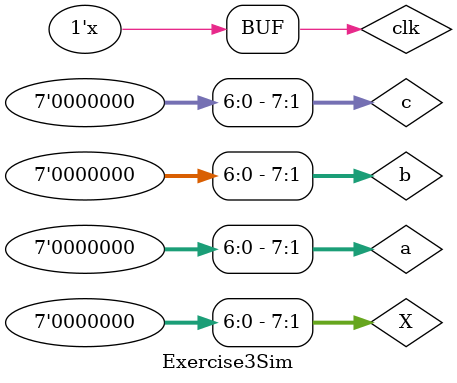
<source format=v>
`timescale 1ns / 1ps

module Exercise3Sim(

    );
    
    reg [7:0]X,a,b,c;
    reg clk;
    wire [10:0]Y_e;
    wire [10:0]Y_o;
    Exercise3 dut (
        .X(X),
        .a(a),
        .b(b),
        .c(c),
        .clk(clk),
        .Y_e(Y_e),
        .Y_o(Y_o)
    );

    always #5 clk = ~clk;

    initial begin
        clk=0;
        X = $random;
        a = $random;
        b = $random;
        c = $random;


        repeat (10) begin
            #10
            X = $random;
            a = $random;
            b = $random;
            c = $random;
            
        end

    end
endmodule

</source>
